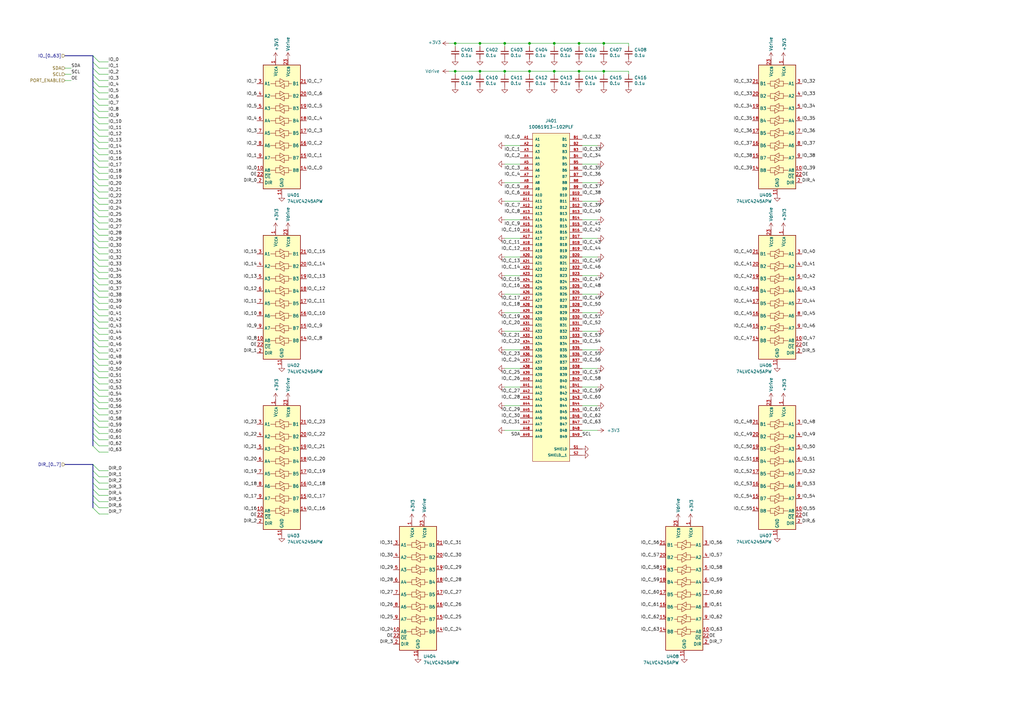
<source format=kicad_sch>
(kicad_sch (version 20231120) (generator "eeschema") (generator_version "8.0")
  (paper "A3")
  (junction (at 186.69 17.78))
  (junction (at 247.65 17.78))
  (junction (at 207.01 29.21))
  (junction (at 217.17 29.21))
  (junction (at 227.33 29.21))
  (junction (at 227.33 17.78))
  (junction (at 196.85 17.78))
  (junction (at 247.65 29.21))
  (junction (at 237.49 29.21))
  (junction (at 186.69 29.21))
  (junction (at 217.17 17.78))
  (junction (at 196.85 29.21))
  (junction (at 207.01 17.78))
  (junction (at 237.49 17.78))
  (bus_entry (at 38.1 83.82) (size 2.54 2.54))
  (bus_entry (at 38.1 167.64) (size 2.54 2.54))
  (bus_entry (at 38.1 81.28) (size 2.54 2.54))
  (bus_entry (at 38.1 190.5) (size 2.54 2.54))
  (bus_entry (at 38.1 200.66) (size 2.54 2.54))
  (bus_entry (at 38.1 177.8) (size 2.54 2.54))
  (bus_entry (at 38.1 144.78) (size 2.54 2.54))
  (bus_entry (at 38.1 99.06) (size 2.54 2.54))
  (bus_entry (at 38.1 134.62) (size 2.54 2.54))
  (bus_entry (at 38.1 172.72) (size 2.54 2.54))
  (bus_entry (at 38.1 182.88) (size 2.54 2.54))
  (bus_entry (at 38.1 53.34) (size 2.54 2.54))
  (bus_entry (at 38.1 142.24) (size 2.54 2.54))
  (bus_entry (at 38.1 157.48) (size 2.54 2.54))
  (bus_entry (at 38.1 111.76) (size 2.54 2.54))
  (bus_entry (at 38.1 127) (size 2.54 2.54))
  (bus_entry (at 38.1 71.12) (size 2.54 2.54))
  (bus_entry (at 38.1 162.56) (size 2.54 2.54))
  (bus_entry (at 38.1 68.58) (size 2.54 2.54))
  (bus_entry (at 38.1 116.84) (size 2.54 2.54))
  (bus_entry (at 38.1 139.7) (size 2.54 2.54))
  (bus_entry (at 38.1 55.88) (size 2.54 2.54))
  (bus_entry (at 38.1 121.92) (size 2.54 2.54))
  (bus_entry (at 38.1 137.16) (size 2.54 2.54))
  (bus_entry (at 38.1 203.2) (size 2.54 2.54))
  (bus_entry (at 38.1 50.8) (size 2.54 2.54))
  (bus_entry (at 38.1 119.38) (size 2.54 2.54))
  (bus_entry (at 38.1 48.26) (size 2.54 2.54))
  (bus_entry (at 38.1 35.56) (size 2.54 2.54))
  (bus_entry (at 38.1 109.22) (size 2.54 2.54))
  (bus_entry (at 38.1 205.74) (size 2.54 2.54))
  (bus_entry (at 38.1 33.02) (size 2.54 2.54))
  (bus_entry (at 38.1 208.28) (size 2.54 2.54))
  (bus_entry (at 38.1 43.18) (size 2.54 2.54))
  (bus_entry (at 38.1 96.52) (size 2.54 2.54))
  (bus_entry (at 38.1 38.1) (size 2.54 2.54))
  (bus_entry (at 38.1 27.94) (size 2.54 2.54))
  (bus_entry (at 38.1 198.12) (size 2.54 2.54))
  (bus_entry (at 38.1 66.04) (size 2.54 2.54))
  (bus_entry (at 38.1 58.42) (size 2.54 2.54))
  (bus_entry (at 38.1 193.04) (size 2.54 2.54))
  (bus_entry (at 38.1 101.6) (size 2.54 2.54))
  (bus_entry (at 38.1 73.66) (size 2.54 2.54))
  (bus_entry (at 38.1 86.36) (size 2.54 2.54))
  (bus_entry (at 38.1 132.08) (size 2.54 2.54))
  (bus_entry (at 38.1 170.18) (size 2.54 2.54))
  (bus_entry (at 38.1 152.4) (size 2.54 2.54))
  (bus_entry (at 38.1 147.32) (size 2.54 2.54))
  (bus_entry (at 38.1 180.34) (size 2.54 2.54))
  (bus_entry (at 38.1 60.96) (size 2.54 2.54))
  (bus_entry (at 38.1 93.98) (size 2.54 2.54))
  (bus_entry (at 38.1 124.46) (size 2.54 2.54))
  (bus_entry (at 38.1 63.5) (size 2.54 2.54))
  (bus_entry (at 38.1 129.54) (size 2.54 2.54))
  (bus_entry (at 38.1 22.86) (size 2.54 2.54))
  (bus_entry (at 38.1 78.74) (size 2.54 2.54))
  (bus_entry (at 38.1 165.1) (size 2.54 2.54))
  (bus_entry (at 38.1 149.86) (size 2.54 2.54))
  (bus_entry (at 38.1 175.26) (size 2.54 2.54))
  (bus_entry (at 38.1 160.02) (size 2.54 2.54))
  (bus_entry (at 38.1 88.9) (size 2.54 2.54))
  (bus_entry (at 38.1 154.94) (size 2.54 2.54))
  (bus_entry (at 38.1 25.4) (size 2.54 2.54))
  (bus_entry (at 38.1 40.64) (size 2.54 2.54))
  (bus_entry (at 38.1 106.68) (size 2.54 2.54))
  (bus_entry (at 38.1 104.14) (size 2.54 2.54))
  (bus_entry (at 38.1 76.2) (size 2.54 2.54))
  (bus_entry (at 38.1 30.48) (size 2.54 2.54))
  (bus_entry (at 38.1 195.58) (size 2.54 2.54))
  (bus_entry (at 38.1 91.44) (size 2.54 2.54))
  (bus_entry (at 38.1 45.72) (size 2.54 2.54))
  (bus_entry (at 38.1 114.3) (size 2.54 2.54))
  (bus (pts (xy 38.1 38.1) (xy 38.1 40.64)))
  (bus (pts (xy 38.1 200.66) (xy 38.1 203.2)))
  (wire (pts (xy 40.64 175.26) (xy 44.45 175.26)))
  (bus (pts (xy 38.1 78.74) (xy 38.1 81.28)))
  (wire (pts (xy 40.64 78.74) (xy 44.45 78.74)))
  (wire (pts (xy 40.64 208.28) (xy 44.45 208.28)))
  (wire (pts (xy 196.85 29.21) (xy 196.85 30.48)))
  (wire (pts (xy 40.64 30.48) (xy 44.45 30.48)))
  (bus (pts (xy 38.1 154.94) (xy 38.1 157.48)))
  (wire (pts (xy 257.81 17.78) (xy 257.81 19.05)))
  (bus (pts (xy 38.1 22.86) (xy 38.1 25.4)))
  (bus (pts (xy 38.1 165.1) (xy 38.1 167.64)))
  (bus (pts (xy 38.1 180.34) (xy 38.1 182.88)))
  (wire (pts (xy 245.11 105.41) (xy 238.76 105.41)))
  (bus (pts (xy 38.1 33.02) (xy 38.1 35.56)))
  (wire (pts (xy 40.64 116.84) (xy 44.45 116.84)))
  (wire (pts (xy 245.11 90.17) (xy 238.76 90.17)))
  (bus (pts (xy 38.1 114.3) (xy 38.1 116.84)))
  (wire (pts (xy 40.64 147.32) (xy 44.45 147.32)))
  (bus (pts (xy 38.1 68.58) (xy 38.1 71.12)))
  (wire (pts (xy 26.67 33.02) (xy 29.21 33.02)))
  (wire (pts (xy 245.11 120.65) (xy 238.76 120.65)))
  (wire (pts (xy 40.64 81.28) (xy 44.45 81.28)))
  (bus (pts (xy 38.1 205.74) (xy 38.1 208.28)))
  (bus (pts (xy 38.1 144.78) (xy 38.1 147.32)))
  (wire (pts (xy 40.64 180.34) (xy 44.45 180.34)))
  (bus (pts (xy 38.1 195.58) (xy 38.1 198.12)))
  (wire (pts (xy 40.64 177.8) (xy 44.45 177.8)))
  (bus (pts (xy 38.1 81.28) (xy 38.1 83.82)))
  (wire (pts (xy 29.21 27.94) (xy 26.67 27.94)))
  (bus (pts (xy 38.1 35.56) (xy 38.1 38.1)))
  (wire (pts (xy 29.21 30.48) (xy 26.67 30.48)))
  (bus (pts (xy 38.1 139.7) (xy 38.1 142.24)))
  (bus (pts (xy 38.1 190.5) (xy 38.1 193.04)))
  (bus (pts (xy 38.1 104.14) (xy 38.1 106.68)))
  (wire (pts (xy 40.64 114.3) (xy 44.45 114.3)))
  (wire (pts (xy 207.01 82.55) (xy 213.36 82.55)))
  (wire (pts (xy 40.64 93.98) (xy 44.45 93.98)))
  (wire (pts (xy 245.11 59.69) (xy 238.76 59.69)))
  (wire (pts (xy 40.64 134.62) (xy 44.45 134.62)))
  (bus (pts (xy 38.1 132.08) (xy 38.1 134.62)))
  (bus (pts (xy 38.1 86.36) (xy 38.1 88.9)))
  (wire (pts (xy 40.64 109.22) (xy 44.45 109.22)))
  (wire (pts (xy 40.64 121.92) (xy 44.45 121.92)))
  (wire (pts (xy 40.64 43.18) (xy 44.45 43.18)))
  (wire (pts (xy 207.01 166.37) (xy 213.36 166.37)))
  (bus (pts (xy 38.1 109.22) (xy 38.1 111.76)))
  (wire (pts (xy 40.64 132.08) (xy 44.45 132.08)))
  (bus (pts (xy 26.67 190.5) (xy 38.1 190.5)))
  (wire (pts (xy 40.64 27.94) (xy 44.45 27.94)))
  (wire (pts (xy 196.85 29.21) (xy 207.01 29.21)))
  (bus (pts (xy 38.1 160.02) (xy 38.1 162.56)))
  (wire (pts (xy 40.64 205.74) (xy 44.45 205.74)))
  (wire (pts (xy 247.65 29.21) (xy 257.81 29.21)))
  (wire (pts (xy 186.69 17.78) (xy 196.85 17.78)))
  (wire (pts (xy 40.64 40.64) (xy 44.45 40.64)))
  (bus (pts (xy 38.1 96.52) (xy 38.1 99.06)))
  (wire (pts (xy 40.64 76.2) (xy 44.45 76.2)))
  (wire (pts (xy 40.64 160.02) (xy 44.45 160.02)))
  (bus (pts (xy 38.1 152.4) (xy 38.1 154.94)))
  (bus (pts (xy 38.1 111.76) (xy 38.1 114.3)))
  (wire (pts (xy 184.15 29.21) (xy 186.69 29.21)))
  (wire (pts (xy 237.49 29.21) (xy 237.49 30.48)))
  (bus (pts (xy 38.1 157.48) (xy 38.1 160.02)))
  (bus (pts (xy 38.1 93.98) (xy 38.1 96.52)))
  (wire (pts (xy 207.01 97.79) (xy 213.36 97.79)))
  (bus (pts (xy 38.1 121.92) (xy 38.1 124.46)))
  (wire (pts (xy 40.64 195.58) (xy 44.45 195.58)))
  (wire (pts (xy 186.69 17.78) (xy 186.69 19.05)))
  (wire (pts (xy 207.01 158.75) (xy 213.36 158.75)))
  (wire (pts (xy 40.64 50.8) (xy 44.45 50.8)))
  (wire (pts (xy 245.11 128.27) (xy 238.76 128.27)))
  (wire (pts (xy 40.64 111.76) (xy 44.45 111.76)))
  (wire (pts (xy 245.11 67.31) (xy 238.76 67.31)))
  (wire (pts (xy 207.01 113.03) (xy 213.36 113.03)))
  (bus (pts (xy 38.1 124.46) (xy 38.1 127)))
  (wire (pts (xy 40.64 154.94) (xy 44.45 154.94)))
  (wire (pts (xy 40.64 71.12) (xy 44.45 71.12)))
  (wire (pts (xy 217.17 17.78) (xy 227.33 17.78)))
  (wire (pts (xy 207.01 74.93) (xy 213.36 74.93)))
  (wire (pts (xy 40.64 55.88) (xy 44.45 55.88)))
  (wire (pts (xy 40.64 139.7) (xy 44.45 139.7)))
  (bus (pts (xy 38.1 45.72) (xy 38.1 48.26)))
  (bus (pts (xy 38.1 149.86) (xy 38.1 152.4)))
  (bus (pts (xy 38.1 170.18) (xy 38.1 172.72)))
  (bus (pts (xy 38.1 55.88) (xy 38.1 58.42)))
  (wire (pts (xy 227.33 29.21) (xy 227.33 30.48)))
  (wire (pts (xy 245.11 176.53) (xy 238.76 176.53)))
  (wire (pts (xy 186.69 29.21) (xy 196.85 29.21)))
  (bus (pts (xy 38.1 193.04) (xy 38.1 195.58)))
  (bus (pts (xy 38.1 91.44) (xy 38.1 93.98)))
  (wire (pts (xy 40.64 104.14) (xy 44.45 104.14)))
  (wire (pts (xy 40.64 185.42) (xy 44.45 185.42)))
  (bus (pts (xy 38.1 106.68) (xy 38.1 109.22)))
  (wire (pts (xy 227.33 29.21) (xy 237.49 29.21)))
  (bus (pts (xy 38.1 162.56) (xy 38.1 165.1)))
  (wire (pts (xy 40.64 60.96) (xy 44.45 60.96)))
  (wire (pts (xy 217.17 29.21) (xy 227.33 29.21)))
  (bus (pts (xy 38.1 88.9) (xy 38.1 91.44)))
  (wire (pts (xy 207.01 17.78) (xy 207.01 19.05)))
  (wire (pts (xy 237.49 29.21) (xy 247.65 29.21)))
  (wire (pts (xy 237.49 17.78) (xy 247.65 17.78)))
  (wire (pts (xy 245.11 82.55) (xy 238.76 82.55)))
  (bus (pts (xy 38.1 198.12) (xy 38.1 200.66)))
  (wire (pts (xy 40.64 149.86) (xy 44.45 149.86)))
  (bus (pts (xy 38.1 147.32) (xy 38.1 149.86)))
  (wire (pts (xy 40.64 198.12) (xy 44.45 198.12)))
  (wire (pts (xy 184.15 17.78) (xy 186.69 17.78)))
  (wire (pts (xy 40.64 53.34) (xy 44.45 53.34)))
  (wire (pts (xy 40.64 119.38) (xy 44.45 119.38)))
  (wire (pts (xy 257.81 29.21) (xy 257.81 30.48)))
  (wire (pts (xy 245.11 97.79) (xy 238.76 97.79)))
  (wire (pts (xy 40.64 38.1) (xy 44.45 38.1)))
  (wire (pts (xy 40.64 167.64) (xy 44.45 167.64)))
  (wire (pts (xy 245.11 143.51) (xy 238.76 143.51)))
  (wire (pts (xy 40.64 152.4) (xy 44.45 152.4)))
  (wire (pts (xy 207.01 59.69) (xy 213.36 59.69)))
  (wire (pts (xy 207.01 29.21) (xy 207.01 30.48)))
  (wire (pts (xy 40.64 165.1) (xy 44.45 165.1)))
  (wire (pts (xy 40.64 96.52) (xy 44.45 96.52)))
  (bus (pts (xy 38.1 175.26) (xy 38.1 177.8)))
  (bus (pts (xy 38.1 134.62) (xy 38.1 137.16)))
  (wire (pts (xy 40.64 137.16) (xy 44.45 137.16)))
  (wire (pts (xy 40.64 162.56) (xy 44.45 162.56)))
  (bus (pts (xy 38.1 43.18) (xy 38.1 45.72)))
  (wire (pts (xy 40.64 91.44) (xy 44.45 91.44)))
  (wire (pts (xy 40.64 200.66) (xy 44.45 200.66)))
  (wire (pts (xy 186.69 29.21) (xy 186.69 30.48)))
  (wire (pts (xy 245.11 151.13) (xy 238.76 151.13)))
  (wire (pts (xy 40.64 58.42) (xy 44.45 58.42)))
  (wire (pts (xy 237.49 17.78) (xy 237.49 19.05)))
  (bus (pts (xy 38.1 66.04) (xy 38.1 68.58)))
  (wire (pts (xy 207.01 128.27) (xy 213.36 128.27)))
  (wire (pts (xy 40.64 144.78) (xy 44.45 144.78)))
  (wire (pts (xy 40.64 210.82) (xy 44.45 210.82)))
  (bus (pts (xy 38.1 30.48) (xy 38.1 33.02)))
  (wire (pts (xy 245.11 135.89) (xy 238.76 135.89)))
  (bus (pts (xy 38.1 27.94) (xy 38.1 30.48)))
  (wire (pts (xy 40.64 129.54) (xy 44.45 129.54)))
  (bus (pts (xy 38.1 101.6) (xy 38.1 104.14)))
  (wire (pts (xy 207.01 17.78) (xy 217.17 17.78)))
  (bus (pts (xy 38.1 48.26) (xy 38.1 50.8)))
  (bus (pts (xy 38.1 177.8) (xy 38.1 180.34)))
  (wire (pts (xy 245.11 166.37) (xy 238.76 166.37)))
  (bus (pts (xy 38.1 137.16) (xy 38.1 139.7)))
  (wire (pts (xy 207.01 67.31) (xy 213.36 67.31)))
  (wire (pts (xy 217.17 17.78) (xy 217.17 19.05)))
  (bus (pts (xy 38.1 142.24) (xy 38.1 144.78)))
  (bus (pts (xy 38.1 25.4) (xy 38.1 27.94)))
  (wire (pts (xy 40.64 48.26) (xy 44.45 48.26)))
  (wire (pts (xy 40.64 124.46) (xy 44.45 124.46)))
  (bus (pts (xy 38.1 203.2) (xy 38.1 205.74)))
  (bus (pts (xy 38.1 172.72) (xy 38.1 175.26)))
  (wire (pts (xy 40.64 73.66) (xy 44.45 73.66)))
  (bus (pts (xy 26.67 22.86) (xy 38.1 22.86)))
  (bus (pts (xy 38.1 76.2) (xy 38.1 78.74)))
  (wire (pts (xy 247.65 17.78) (xy 257.81 17.78)))
  (bus (pts (xy 38.1 50.8) (xy 38.1 53.34)))
  (wire (pts (xy 40.64 182.88) (xy 44.45 182.88)))
  (bus (pts (xy 38.1 119.38) (xy 38.1 121.92)))
  (bus (pts (xy 38.1 116.84) (xy 38.1 119.38)))
  (wire (pts (xy 40.64 86.36) (xy 44.45 86.36)))
  (wire (pts (xy 207.01 135.89) (xy 213.36 135.89)))
  (wire (pts (xy 40.64 83.82) (xy 44.45 83.82)))
  (wire (pts (xy 217.17 29.21) (xy 217.17 30.48)))
  (wire (pts (xy 40.64 99.06) (xy 44.45 99.06)))
  (wire (pts (xy 207.01 29.21) (xy 217.17 29.21)))
  (bus (pts (xy 38.1 167.64) (xy 38.1 170.18)))
  (wire (pts (xy 247.65 17.78) (xy 247.65 19.05)))
  (wire (pts (xy 40.64 101.6) (xy 44.45 101.6)))
  (bus (pts (xy 38.1 99.06) (xy 38.1 101.6)))
  (wire (pts (xy 40.64 88.9) (xy 44.45 88.9)))
  (wire (pts (xy 40.64 157.48) (xy 44.45 157.48)))
  (wire (pts (xy 40.64 172.72) (xy 44.45 172.72)))
  (wire (pts (xy 247.65 29.21) (xy 247.65 30.48)))
  (wire (pts (xy 227.33 17.78) (xy 237.49 17.78)))
  (wire (pts (xy 40.64 66.04) (xy 44.45 66.04)))
  (bus (pts (xy 38.1 71.12) (xy 38.1 73.66)))
  (bus (pts (xy 38.1 83.82) (xy 38.1 86.36)))
  (wire (pts (xy 40.64 127) (xy 44.45 127)))
  (bus (pts (xy 38.1 63.5) (xy 38.1 66.04)))
  (wire (pts (xy 207.01 90.17) (xy 213.36 90.17)))
  (wire (pts (xy 40.64 193.04) (xy 44.45 193.04)))
  (wire (pts (xy 40.64 203.2) (xy 44.45 203.2)))
  (wire (pts (xy 40.64 25.4) (xy 44.45 25.4)))
  (bus (pts (xy 38.1 73.66) (xy 38.1 76.2)))
  (wire (pts (xy 40.64 33.02) (xy 44.45 33.02)))
  (wire (pts (xy 207.01 151.13) (xy 213.36 151.13)))
  (bus (pts (xy 38.1 129.54) (xy 38.1 132.08)))
  (wire (pts (xy 207.01 120.65) (xy 213.36 120.65)))
  (wire (pts (xy 196.85 17.78) (xy 196.85 19.05)))
  (wire (pts (xy 40.64 68.58) (xy 44.45 68.58)))
  (wire (pts (xy 245.11 74.93) (xy 238.76 74.93)))
  (wire (pts (xy 40.64 106.68) (xy 44.45 106.68)))
  (wire (pts (xy 245.11 158.75) (xy 238.76 158.75)))
  (wire (pts (xy 207.01 143.51) (xy 213.36 143.51)))
  (wire (pts (xy 40.64 45.72) (xy 44.45 45.72)))
  (bus (pts (xy 38.1 40.64) (xy 38.1 43.18)))
  (wire (pts (xy 245.11 113.03) (xy 238.76 113.03)))
  (wire (pts (xy 40.64 63.5) (xy 44.45 63.5)))
  (wire (pts (xy 207.01 105.41) (xy 213.36 105.41)))
  (wire (pts (xy 207.01 176.53) (xy 213.36 176.53)))
  (bus (pts (xy 38.1 58.42) (xy 38.1 60.96)))
  (bus (pts (xy 38.1 53.34) (xy 38.1 55.88)))
  (wire (pts (xy 40.64 170.18) (xy 44.45 170.18)))
  (wire (pts (xy 40.64 35.56) (xy 44.45 35.56)))
  (bus (pts (xy 38.1 60.96) (xy 38.1 63.5)))
  (wire (pts (xy 227.33 17.78) (xy 227.33 19.05)))
  (bus (pts (xy 38.1 127) (xy 38.1 129.54)))
  (wire (pts (xy 40.64 142.24) (xy 44.45 142.24)))
  (wire (pts (xy 196.85 17.78) (xy 207.01 17.78)))
  (label "IO_1" (at 105.41 64.77 180))
  (label "IO_C_45" (at 308.61 129.54 180))
  (label "IO_54" (at 328.93 204.47 0))
  (label "IO_C_62" (at 270.51 254 180))
  (label "OE" (at 328.93 142.24 0))
  (label "IO_6" (at 105.41 39.37 180))
  (label "IO_14" (at 44.45 60.96 0))
  (label "IO_C_12" (at 125.73 119.38 0))
  (label "IO_30" (at 44.45 101.6 0))
  (label "IO_C_23" (at 125.73 173.99 0))
  (label "IO_C_9" (at 213.36 92.71 180))
  (label "IO_46" (at 44.45 142.24 0))
  (label "IO_31" (at 44.45 104.14 0))
  (label "IO_37" (at 44.45 119.38 0))
  (label "IO_43" (at 44.45 134.62 0))
  (label "IO_C_57" (at 270.51 228.6 180))
  (label "IO_5" (at 105.41 44.45 180))
  (label "IO_5" (at 44.45 38.1 0))
  (label "IO_C_19" (at 125.73 194.31 0))
  (label "IO_C_40" (at 308.61 104.14 180))
  (label "IO_C_63" (at 270.51 259.08 180))
  (label "IO_54" (at 44.45 162.56 0))
  (label "IO_C_24" (at 213.36 148.59 180))
  (label "IO_C_16" (at 125.73 209.55 0))
  (label "IO_C_42" (at 238.76 95.25 0))
  (label "IO_C_56" (at 270.51 223.52 180))
  (label "IO_C_29" (at 213.36 168.91 180))
  (label "IO_C_51" (at 238.76 130.81 0))
  (label "IO_C_40" (at 238.76 87.63 0))
  (label "IO_38" (at 44.45 121.92 0))
  (label "IO_C_53" (at 308.61 199.39 180))
  (label "IO_C_59" (at 270.51 238.76 180))
  (label "IO_C_29" (at 181.61 233.68 0))
  (label "IO_55" (at 328.93 209.55 0))
  (label "IO_C_42" (at 308.61 114.3 180))
  (label "OE" (at 105.41 72.39 180))
  (label "IO_44" (at 328.93 124.46 0))
  (label "IO_49" (at 328.93 179.07 0))
  (label "IO_C_17" (at 125.73 204.47 0))
  (label "IO_C_33" (at 238.76 62.23 0))
  (label "IO_C_38" (at 238.76 80.01 0))
  (label "IO_25" (at 161.29 254 180))
  (label "IO_9" (at 105.41 134.62 180))
  (label "IO_45" (at 328.93 129.54 0))
  (label "IO_C_49" (at 238.76 123.19 0))
  (label "IO_C_5" (at 213.36 77.47 180))
  (label "IO_4" (at 44.45 35.56 0))
  (label "IO_C_52" (at 308.61 194.31 180))
  (label "IO_C_28" (at 181.61 238.76 0))
  (label "IO_C_56" (at 238.76 148.59 0))
  (label "IO_11" (at 105.41 124.46 180))
  (label "IO_12" (at 105.41 119.38 180))
  (label "DIR_0" (at 105.41 74.93 180))
  (label "IO_7" (at 105.41 34.29 180))
  (label "IO_26" (at 44.45 91.44 0))
  (label "IO_C_3" (at 213.36 69.85 180))
  (label "IO_10" (at 105.41 129.54 180))
  (label "IO_C_22" (at 213.36 140.97 180))
  (label "IO_C_0" (at 213.36 57.15 180))
  (label "IO_23" (at 105.41 173.99 180))
  (label "IO_35" (at 44.45 114.3 0))
  (label "SDA" (at 29.21 27.94 0))
  (label "IO_15" (at 44.45 63.5 0))
  (label "IO_C_34" (at 308.61 44.45 180))
  (label "IO_13" (at 44.45 58.42 0))
  (label "OE" (at 29.21 33.02 0))
  (label "DIR_3" (at 44.45 200.66 0))
  (label "IO_24" (at 161.29 259.08 180))
  (label "IO_52" (at 328.93 194.31 0))
  (label "IO_C_54" (at 308.61 204.47 180))
  (label "IO_C_44" (at 238.76 102.87 0))
  (label "IO_C_39" (at 308.61 69.85 180))
  (label "IO_38" (at 328.93 64.77 0))
  (label "IO_29" (at 161.29 233.68 180))
  (label "IO_17" (at 44.45 68.58 0))
  (label "IO_C_6" (at 125.73 39.37 0))
  (label "IO_C_60" (at 238.76 163.83 0))
  (label "IO_28" (at 161.29 238.76 180))
  (label "IO_62" (at 44.45 182.88 0))
  (label "IO_53" (at 328.93 199.39 0))
  (label "IO_C_59" (at 238.76 161.29 0))
  (label "IO_C_58" (at 238.76 156.21 0))
  (label "IO_C_48" (at 308.61 173.99 180))
  (label "IO_48" (at 328.93 173.99 0))
  (label "IO_12" (at 44.45 55.88 0))
  (label "IO_C_37" (at 238.76 77.47 0))
  (label "IO_3" (at 44.45 33.02 0))
  (label "IO_C_53" (at 238.76 138.43 0))
  (label "IO_C_4" (at 125.73 49.53 0))
  (label "IO_C_19" (at 213.36 130.81 180))
  (label "IO_63" (at 44.45 185.42 0))
  (label "IO_33" (at 328.93 39.37 0))
  (label "IO_29" (at 44.45 99.06 0))
  (label "IO_58" (at 44.45 172.72 0))
  (label "IO_52" (at 44.45 157.48 0))
  (label "DIR_1" (at 105.41 144.78 180))
  (label "IO_C_47" (at 238.76 115.57 0))
  (label "IO_49" (at 44.45 149.86 0))
  (label "IO_C_63" (at 238.76 173.99 0))
  (label "IO_2" (at 105.41 59.69 180))
  (label "IO_C_8" (at 213.36 87.63 180))
  (label "IO_43" (at 328.93 119.38 0))
  (label "IO_C_7" (at 125.73 34.29 0))
  (label "IO_C_61" (at 238.76 168.91 0))
  (label "IO_C_10" (at 213.36 95.25 180))
  (label "SDA" (at 213.36 179.07 180))
  (label "IO_C_52" (at 238.76 133.35 0))
  (label "OE" (at 105.41 142.24 180))
  (label "IO_C_43" (at 238.76 100.33 0))
  (label "IO_11" (at 44.45 53.34 0))
  (label "IO_C_18" (at 213.36 125.73 180))
  (label "IO_18" (at 105.41 199.39 180))
  (label "IO_20" (at 44.45 76.2 0))
  (label "IO_27" (at 44.45 93.98 0))
  (label "IO_53" (at 44.45 160.02 0))
  (label "IO_1" (at 44.45 27.94 0))
  (label "IO_50" (at 328.93 184.15 0))
  (label "IO_16" (at 105.41 209.55 180))
  (label "IO_50" (at 44.45 152.4 0))
  (label "IO_C_50" (at 238.76 125.73 0))
  (label "IO_27" (at 161.29 243.84 180))
  (label "IO_C_37" (at 308.61 59.69 180))
  (label "IO_2" (at 44.45 30.48 0))
  (label "IO_C_54" (at 238.76 140.97 0))
  (label "IO_0" (at 105.41 69.85 180))
  (label "IO_C_32" (at 308.61 34.29 180))
  (label "IO_C_21" (at 125.73 184.15 0))
  (label "IO_51" (at 44.45 154.94 0))
  (label "IO_18" (at 44.45 71.12 0))
  (label "IO_C_6" (at 213.36 80.01 180))
  (label "IO_C_35" (at 308.61 49.53 180))
  (label "SCL" (at 29.21 30.48 0))
  (label "DIR_3" (at 161.29 264.16 180))
  (label "IO_3" (at 105.41 54.61 180))
  (label "IO_C_21" (at 213.36 138.43 180))
  (label "IO_28" (at 44.45 96.52 0))
  (label "IO_C_27" (at 181.61 243.84 0))
  (label "IO_C_7" (at 213.36 85.09 180))
  (label "IO_C_10" (at 125.73 129.54 0))
  (label "IO_23" (at 44.45 83.82 0))
  (label "IO_35" (at 328.93 49.53 0))
  (label "IO_22" (at 44.45 81.28 0))
  (label "IO_C_8" (at 125.73 139.7 0))
  (label "IO_61" (at 44.45 180.34 0))
  (label "DIR_7" (at 44.45 210.82 0))
  (label "IO_39" (at 44.45 124.46 0))
  (label "IO_C_44" (at 308.61 124.46 180))
  (label "DIR_5" (at 328.93 144.78 0))
  (label "IO_C_41" (at 308.61 109.22 180))
  (label "DIR_4" (at 328.93 74.93 0))
  (label "IO_C_16" (at 213.36 118.11 180))
  (label "IO_C_58" (at 270.51 233.68 180))
  (label "IO_26" (at 161.29 248.92 180))
  (label "IO_62" (at 290.83 254 0))
  (label "IO_51" (at 328.93 189.23 0))
  (label "IO_20" (at 105.41 189.23 180))
  (label "DIR_4" (at 44.45 203.2 0))
  (label "IO_C_2" (at 213.36 64.77 180))
  (label "IO_C_43" (at 308.61 119.38 180))
  (label "IO_0" (at 44.45 25.4 0))
  (label "IO_C_13" (at 125.73 114.3 0))
  (label "IO_19" (at 105.41 194.31 180))
  (label "IO_C_15" (at 213.36 115.57 180))
  (label "IO_30" (at 161.29 228.6 180))
  (label "IO_39" (at 328.93 69.85 0))
  (label "IO_46" (at 328.93 134.62 0))
  (label "IO_37" (at 328.93 59.69 0))
  (label "OE" (at 328.93 212.09 0))
  (label "IO_C_41" (at 238.76 92.71 0))
  (label "IO_31" (at 161.29 223.52 180))
  (label "IO_42" (at 328.93 114.3 0))
  (label "IO_8" (at 44.45 45.72 0))
  (label "IO_C_11" (at 125.73 124.46 0))
  (label "IO_36" (at 328.93 54.61 0))
  (label "SCL" (at 238.76 179.07 0))
  (label "IO_C_31" (at 181.61 223.52 0))
  (label "IO_C_9" (at 125.73 134.62 0))
  (label "IO_56" (at 290.83 223.52 0))
  (label "IO_C_28" (at 213.36 163.83 180))
  (label "IO_C_36" (at 238.76 72.39 0))
  (label "DIR_2" (at 44.45 198.12 0))
  (label "IO_C_30" (at 213.36 171.45 180))
  (label "IO_C_39" (at 238.76 85.09 0))
  (label "IO_C_32" (at 238.76 57.15 0))
  (label "IO_C_47" (at 308.61 139.7 180))
  (label "IO_59" (at 290.83 238.76 0))
  (label "IO_C_36" (at 308.61 54.61 180))
  (label "IO_36" (at 44.45 116.84 0))
  (label "IO_C_27" (at 213.36 161.29 180))
  (label "IO_57" (at 44.45 170.18 0))
  (label "IO_22" (at 105.41 179.07 180))
  (label "IO_C_14" (at 213.36 110.49 180))
  (label "IO_57" (at 290.83 228.6 0))
  (label "IO_45" (at 44.45 139.7 0))
  (label "IO_C_31" (at 213.36 173.99 180))
  (label "IO_C_24" (at 181.61 259.08 0))
  (label "IO_14" (at 105.41 109.22 180))
  (label "IO_60" (at 290.83 243.84 0))
  (label "IO_16" (at 44.45 66.04 0))
  (label "IO_34" (at 44.45 111.76 0))
  (label "IO_C_14" (at 125.73 109.22 0))
  (label "IO_48" (at 44.45 147.32 0))
  (label "IO_21" (at 44.45 78.74 0))
  (label "IO_C_17" (at 213.36 123.19 180))
  (label "IO_C_49" (at 308.61 179.07 180))
  (label "IO_C_30" (at 181.61 228.6 0))
  (label "IO_C_1" (at 213.36 62.23 180))
  (label "IO_6" (at 44.45 40.64 0))
  (label "IO_C_50" (at 308.61 184.15 180))
  (label "IO_61" (at 290.83 248.92 0))
  (label "IO_25" (at 44.45 88.9 0))
  (label "IO_C_23" (at 213.36 146.05 180))
  (label "IO_C_62" (at 238.76 171.45 0))
  (label "IO_C_2" (at 125.73 59.69 0))
  (label "IO_C_5" (at 125.73 44.45 0))
  (label "IO_C_13" (at 213.36 107.95 180))
  (label "IO_C_35" (at 238.76 69.85 0))
  (label "OE" (at 105.41 212.09 180))
  (label "IO_44" (at 44.45 137.16 0))
  (label "OE" (at 290.83 261.62 0))
  (label "IO_17" (at 105.41 204.47 180))
  (label "DIR_6" (at 328.93 214.63 0))
  (label "IO_C_12" (at 213.36 102.87 180))
  (label "IO_34" (at 328.93 44.45 0))
  (label "IO_41" (at 328.93 109.22 0))
  (label "DIR_7" (at 290.83 264.16 0))
  (label "IO_47" (at 44.45 144.78 0))
  (label "IO_C_60" (at 270.51 243.84 180))
  (label "IO_C_15" (at 125.73 104.14 0))
  (label "DIR_1" (at 44.45 195.58 0))
  (label "IO_32" (at 44.45 106.68 0))
  (label "IO_C_48" (at 238.76 118.11 0))
  (label "IO_C_4" (at 213.36 72.39 180))
  (label "IO_C_46" (at 238.76 110.49 0))
  (label "IO_C_55" (at 238.76 146.05 0))
  (label "IO_56" (at 44.45 167.64 0))
  (label "IO_C_55" (at 308.61 209.55 180))
  (label "IO_4" (at 105.41 49.53 180))
  (label "IO_C_25" (at 181.61 254 0))
  (label "IO_10" (at 44.45 50.8 0))
  (label "IO_42" (at 44.45 132.08 0))
  (label "IO_C_20" (at 125.73 189.23 0))
  (label "IO_8" (at 105.41 139.7 180))
  (label "IO_13" (at 105.41 114.3 180))
  (label "IO_C_57" (at 238.76 153.67 0))
  (label "DIR_2" (at 105.41 214.63 180))
  (label "IO_41" (at 44.45 129.54 0))
  (label "IO_21" (at 105.41 184.15 180))
  (label "IO_C_34" (at 238.76 64.77 0))
  (label "IO_15" (at 105.41 104.14 180))
  (label "IO_C_45" (at 238.76 107.95 0))
  (label "IO_C_61" (at 270.51 248.92 180))
  (label "IO_40" (at 328.93 104.14 0))
  (label "IO_C_11" (at 213.36 100.33 180))
  (label "IO_60" (at 44.45 177.8 0))
  (label "IO_C_22" (at 125.73 179.07 0))
  (label "IO_C_46" (at 308.61 134.62 180))
  (label "IO_58" (at 290.83 233.68 0))
  (label "IO_55" (at 44.45 165.1 0))
  (label "IO_C_33" (at 308.61 39.37 180))
  (label "IO_C_18" (at 125.73 199.39 0))
  (label "IO_19" (at 44.45 73.66 0))
  (label "IO_47" (at 328.93 139.7 0))
  (label "OE" (at 161.29 261.62 180))
  (label "IO_C_51" (at 308.61 189.23 180))
  (label "IO_63" (at 290.83 259.08 0))
  (label "IO_33" (at 44.45 109.22 0))
  (label "DIR_0" (at 44.45 193.04 0))
  (label "IO_C_26" (at 181.61 248.92 0))
  (label "IO_32" (at 328.93 34.29 0))
  (label "IO_C_38" (at 308.61 64.77 180))
  (label "IO_C_0" (at 125.73 69.85 0))
  (label "DIR_6" (at 44.45 208.28 0))
  (label "IO_C_20" (at 213.36 133.35 180))
  (label "IO_9" (at 44.45 48.26 0))
  (label "IO_7" (at 44.45 43.18 0))
  (label "IO_C_25" (at 213.36 153.67 180))
  (label "IO_24" (at 44.45 86.36 0))
  (label "DIR_5" (at 44.45 205.74 0))
  (label "IO_59" (at 44.45 175.26 0))
  (label "IO_40" (at 44.45 127 0))
  (label "IO_C_1" (at 125.73 64.77 0))
  (label "IO_C_26" (at 213.36 156.21 180))
  (label "OE" (at 328.93 72.39 0))
  (label "IO_C_3" (at 125.73 54.61 0))
  (hierarchical_label "IO_[0..63]" (shape input) (at 26.67 22.86 180))
  (hierarchical_label "SDA" (shape input) (at 26.67 27.94 180))
  (hierarchical_label "SCL" (shape input) (at 26.67 30.48 180))
  (hierarchical_label "PORT_ENABLE" (shape input) (at 26.67 33.02 180))
  (hierarchical_label "DIR_[0..7]" (shape input) (at 26.67 190.5 180))
  (symbol (lib_id "Device:C_Small") (at 186.69 33.02 0) (unit 1)
    (property "Reference" "C409" (at 189.0268 31.8516 0) (effects (justify left)))
    (property "Value" "0.1u" (at 189.0268 34.163 0) (effects (justify left)))
    (property "Footprint" "passive:C_0402" (effects (hide yes)))
    (property "Comment" "X5R,25V" (effects (hide yes)))
    (property "MFPN" "GRM155R61H104KE14D" (effects (hide yes)))
    (property "Manufacturer" "Murata Electronics" (effects (hide yes)))
    (instances (project "ether" (path "" (reference "C409") (unit 1)) (path "" (reference "C609") (unit 1)) (path "" (reference "C309") (unit 1)) (path "" (reference "C509") (unit 1))))
  )
  (symbol (lib_id "power:+3V3") (at 113.03 163.83 0) (unit 1)
    (property "Reference" "#PWR0348" (effects (hide yes)))
    (property "Value" "+3V3" (at 113.411 160.5788 90) (effects (justify left)))
    (instances (project "ether" (path "" (reference "#PWR0448") (unit 1)) (path "" (reference "#PWR0648") (unit 1)) (path "" (reference "#PWR0348") (unit 1)) (path "" (reference "#PWR0548") (unit 1))))
  )
  (symbol (lib_id "power:GND") (at 207.01 135.89 270) (unit 1)
    (property "Reference" "#PWR0411" (effects (hide yes)))
    (property "Value" "GND" (effects (hide yes)))
    (instances (project "ether" (path "" (reference "#PWR0411") (unit 1)) (path "" (reference "#PWR0611") (unit 1)) (path "" (reference "#PWR0311") (unit 1)) (path "" (reference "#PWR0511") (unit 1))))
  )
  (symbol (lib_id "Device:C_Small") (at 257.81 21.59 0) (unit 1)
    (property "Reference" "C408" (at 260.1468 20.4216 0) (effects (justify left)))
    (property "Value" "0.1u" (at 260.1468 22.733 0) (effects (justify left)))
    (property "Footprint" "passive:C_0402" (effects (hide yes)))
    (property "Comment" "X5R,25V" (effects (hide yes)))
    (property "MFPN" "GRM155R61H104KE14D" (effects (hide yes)))
    (property "Manufacturer" "Murata Electronics" (effects (hide yes)))
    (instances (project "ether" (path "" (reference "C408") (unit 1)) (path "" (reference "C608") (unit 1)) (path "" (reference "C308") (unit 1)) (path "" (reference "C508") (unit 1))))
  )
  (symbol (lib_id "power:GND") (at 245.11 158.75 90) (unit 1)
    (property "Reference" "#PWR0433" (effects (hide yes)))
    (property "Value" "GND" (effects (hide yes)))
    (instances (project "ether" (path "" (reference "#PWR0433") (unit 1)) (path "" (reference "#PWR0633") (unit 1)) (path "" (reference "#PWR0333") (unit 1)) (path "" (reference "#PWR0533") (unit 1))))
  )
  (symbol (lib_id "power:GND") (at 207.01 82.55 270) (unit 1)
    (property "Reference" "#PWR0404" (effects (hide yes)))
    (property "Value" "GND" (effects (hide yes)))
    (instances (project "ether" (path "" (reference "#PWR0404") (unit 1)) (path "" (reference "#PWR0604") (unit 1)) (path "" (reference "#PWR0304") (unit 1)) (path "" (reference "#PWR0504") (unit 1))))
  )
  (symbol (lib_id "power:Vdrive") (at 173.99 213.36 0) (unit 1)
    (property "Reference" "#PWR0446" (effects (hide yes)))
    (property "Value" "Vdrive" (at 173.99 207.264 90))
    (instances (project "ether" (path "" (reference "#PWR0446") (unit 1)) (path "" (reference "#PWR0646") (unit 1)) (path "" (reference "#PWR0346") (unit 1)) (path "" (reference "#PWR0546") (unit 1))))
  )
  (symbol (lib_id "power:GND") (at 207.01 35.56 0) (unit 1)
    (property "Reference" "#PWR0480" (effects (hide yes)))
    (property "Value" "GND" (effects (hide yes)))
    (instances (project "ether" (path "" (reference "#PWR0480") (unit 1)) (path "" (reference "#PWR0680") (unit 1)) (path "" (reference "#PWR0380") (unit 1)) (path "" (reference "#PWR0580") (unit 1))))
  )
  (symbol (lib_id "power:GND") (at 238.76 184.15 90) (unit 1)
    (property "Reference" "#PWR0418" (effects (hide yes)))
    (property "Value" "GND" (effects (hide yes)))
    (instances (project "ether" (path "" (reference "#PWR0418") (unit 1)) (path "" (reference "#PWR0618") (unit 1)) (path "" (reference "#PWR0318") (unit 1)) (path "" (reference "#PWR0518") (unit 1))))
  )
  (symbol (lib_id "power:GND") (at 245.11 59.69 90) (unit 1)
    (property "Reference" "#PWR0420" (effects (hide yes)))
    (property "Value" "GND" (effects (hide yes)))
    (instances (project "ether" (path "" (reference "#PWR0420") (unit 1)) (path "" (reference "#PWR0620") (unit 1)) (path "" (reference "#PWR0320") (unit 1)) (path "" (reference "#PWR0520") (unit 1))))
  )
  (symbol (lib_id "Device:C_Small") (at 237.49 33.02 0) (unit 1)
    (property "Reference" "C414" (at 239.8268 31.8516 0) (effects (justify left)))
    (property "Value" "0.1u" (at 239.8268 34.163 0) (effects (justify left)))
    (property "Footprint" "passive:C_0402" (effects (hide yes)))
    (property "Comment" "X5R,25V" (effects (hide yes)))
    (property "MFPN" "GRM155R61H104KE14D" (effects (hide yes)))
    (property "Manufacturer" "Murata Electronics" (effects (hide yes)))
    (instances (project "ether" (path "" (reference "C414") (unit 1)) (path "" (reference "C614") (unit 1)) (path "" (reference "C314") (unit 1)) (path "" (reference "C514") (unit 1))))
  )
  (symbol (lib_id "power:GND") (at 196.85 24.13 0) (unit 1)
    (property "Reference" "#PWR0470" (effects (hide yes)))
    (property "Value" "GND" (effects (hide yes)))
    (instances (project "ether" (path "" (reference "#PWR0470") (unit 1)) (path "" (reference "#PWR0670") (unit 1)) (path "" (reference "#PWR0370") (unit 1)) (path "" (reference "#PWR0570") (unit 1))))
  )
  (symbol (lib_id "power:GND") (at 186.69 24.13 0) (unit 1)
    (property "Reference" "#PWR0469" (effects (hide yes)))
    (property "Value" "GND" (effects (hide yes)))
    (instances (project "ether" (path "" (reference "#PWR0469") (unit 1)) (path "" (reference "#PWR0669") (unit 1)) (path "" (reference "#PWR0369") (unit 1)) (path "" (reference "#PWR0569") (unit 1))))
  )
  (symbol (lib_id "Logic_LevelTranslator:SN74LVC8T245") (at 171.45 241.3 0) (unit 1)
    (property "Reference" "U404" (at 173.6441 269.24 0) (effects (justify left)))
    (property "Value" "74LVC4245APW" (at 173.6441 271.78 0) (effects (justify left)))
    (property "Footprint" "Package_SO:TSSOP-24_4.4x7.8mm_P0.65mm" (effects (hide yes)))
    (property "Datasheet" "https://assets.nexperia.com/documents/data-sheet/74LVC4245A.pdf" (effects (hide yes)))
    (property "Description" "8-Bit Dual-Supply Bus Transceiver With Configurable Voltage Translation and 3-State Outputs" (effects (hide yes)))
    (instances (project "ether" (path "" (reference "U404") (unit 1)) (path "" (reference "U604") (unit 1)) (path "" (reference "U304") (unit 1)) (path "" (reference "U504") (unit 1))))
  )
  (symbol (lib_id "Device:C_Small") (at 196.85 33.02 0) (unit 1)
    (property "Reference" "C410" (at 199.1868 31.8516 0) (effects (justify left)))
    (property "Value" "0.1u" (at 199.1868 34.163 0) (effects (justify left)))
    (property "Footprint" "passive:C_0402" (effects (hide yes)))
    (property "Comment" "X5R,25V" (effects (hide yes)))
    (property "MFPN" "GRM155R61H104KE14D" (effects (hide yes)))
    (property "Manufacturer" "Murata Electronics" (effects (hide yes)))
    (instances (project "ether" (path "" (reference "C410") (unit 1)) (path "" (reference "C610") (unit 1)) (path "" (reference "C310") (unit 1)) (path "" (reference "C510") (unit 1))))
  )
  (symbol (lib_id "power:GND") (at 245.11 74.93 90) (unit 1)
    (property "Reference" "#PWR0422" (effects (hide yes)))
    (property "Value" "GND" (effects (hide yes)))
    (instances (project "ether" (path "" (reference "#PWR0422") (unit 1)) (path "" (reference "#PWR0622") (unit 1)) (path "" (reference "#PWR0322") (unit 1)) (path "" (reference "#PWR0522") (unit 1))))
  )
  (symbol (lib_id "Device:C_Small") (at 247.65 21.59 0) (unit 1)
    (property "Reference" "C407" (at 249.9868 20.4216 0) (effects (justify left)))
    (property "Value" "0.1u" (at 249.9868 22.733 0) (effects (justify left)))
    (property "Footprint" "passive:C_0402" (effects (hide yes)))
    (property "Comment" "X5R,25V" (effects (hide yes)))
    (property "MFPN" "GRM155R61H104KE14D" (effects (hide yes)))
    (property "Manufacturer" "Murata Electronics" (effects (hide yes)))
    (instances (project "ether" (path "" (reference "C407") (unit 1)) (path "" (reference "C607") (unit 1)) (path "" (reference "C307") (unit 1)) (path "" (reference "C507") (unit 1))))
  )
  (symbol (lib_id "power:GND") (at 207.01 105.41 270) (unit 1)
    (property "Reference" "#PWR0407" (effects (hide yes)))
    (property "Value" "GND" (effects (hide yes)))
    (instances (project "ether" (path "" (reference "#PWR0407") (unit 1)) (path "" (reference "#PWR0607") (unit 1)) (path "" (reference "#PWR0307") (unit 1)) (path "" (reference "#PWR0507") (unit 1))))
  )
  (symbol (lib_id "Logic_LevelTranslator:SN74LVC8T245") (at 318.77 191.77 0) (mirror y) (unit 1)
    (property "Reference" "U407" (at 316.5759 219.71 0) (effects (justify left)))
    (property "Value" "74LVC4245APW" (at 316.5759 222.25 0) (effects (justify left)))
    (property "Footprint" "Package_SO:TSSOP-24_4.4x7.8mm_P0.65mm" (effects (hide yes)))
    (property "Datasheet" "https://assets.nexperia.com/documents/data-sheet/74LVC4245A.pdf" (effects (hide yes)))
    (property "Description" "8-Bit Dual-Supply Bus Transceiver With Configurable Voltage Translation and 3-State Outputs" (effects (hide yes)))
    (instances (project "ether" (path "" (reference "U407") (unit 1)) (path "" (reference "U607") (unit 1)) (path "" (reference "U307") (unit 1)) (path "" (reference "U507") (unit 1))))
  )
  (symbol (lib_id "Device:C_Small") (at 227.33 21.59 0) (unit 1)
    (property "Reference" "C405" (at 229.6668 20.4216 0) (effects (justify left)))
    (property "Value" "0.1u" (at 229.6668 22.733 0) (effects (justify left)))
    (property "Footprint" "passive:C_0402" (effects (hide yes)))
    (property "Comment" "X5R,25V" (effects (hide yes)))
    (property "MFPN" "GRM155R61H104KE14D" (effects (hide yes)))
    (property "Manufacturer" "Murata Electronics" (effects (hide yes)))
    (instances (project "ether" (path "" (reference "C405") (unit 1)) (path "" (reference "C605") (unit 1)) (path "" (reference "C305") (unit 1)) (path "" (reference "C505") (unit 1))))
  )
  (symbol (lib_id "power:GND") (at 196.85 35.56 0) (unit 1)
    (property "Reference" "#PWR0479" (effects (hide yes)))
    (property "Value" "GND" (effects (hide yes)))
    (instances (project "ether" (path "" (reference "#PWR0479") (unit 1)) (path "" (reference "#PWR0679") (unit 1)) (path "" (reference "#PWR0379") (unit 1)) (path "" (reference "#PWR0579") (unit 1))))
  )
  (symbol (lib_id "power:GND") (at 247.65 35.56 0) (unit 1)
    (property "Reference" "#PWR0484" (effects (hide yes)))
    (property "Value" "GND" (effects (hide yes)))
    (instances (project "ether" (path "" (reference "#PWR0484") (unit 1)) (path "" (reference "#PWR0684") (unit 1)) (path "" (reference "#PWR0384") (unit 1)) (path "" (reference "#PWR0584") (unit 1))))
  )
  (symbol (lib_id "power:GND") (at 207.01 166.37 270) (unit 1)
    (property "Reference" "#PWR0415" (effects (hide yes)))
    (property "Value" "GND" (effects (hide yes)))
    (instances (project "ether" (path "" (reference "#PWR0415") (unit 1)) (path "" (reference "#PWR0615") (unit 1)) (path "" (reference "#PWR0315") (unit 1)) (path "" (reference "#PWR0515") (unit 1))))
  )
  (symbol (lib_id "power:GND") (at 257.81 24.13 0) (unit 1)
    (property "Reference" "#PWR0476" (effects (hide yes)))
    (property "Value" "GND" (effects (hide yes)))
    (instances (project "ether" (path "" (reference "#PWR0476") (unit 1)) (path "" (reference "#PWR0676") (unit 1)) (path "" (reference "#PWR0376") (unit 1)) (path "" (reference "#PWR0576") (unit 1))))
  )
  (symbol (lib_id "power:Vdrive") (at 118.11 93.98 0) (unit 1)
    (property "Reference" "#PWR0440" (effects (hide yes)))
    (property "Value" "Vdrive" (at 118.11 87.884 90))
    (instances (project "ether" (path "" (reference "#PWR0440") (unit 1)) (path "" (reference "#PWR0640") (unit 1)) (path "" (reference "#PWR0340") (unit 1)) (path "" (reference "#PWR0540") (unit 1))))
  )
  (symbol (lib_id "power:GND") (at 318.77 149.86 0) (mirror y) (unit 1)
    (property "Reference" "#PWR0451" (effects (hide yes)))
    (property "Value" "GND" (effects (hide yes)))
    (instances (project "ether" (path "" (reference "#PWR0451") (unit 1)) (path "" (reference "#PWR0651") (unit 1)) (path "" (reference "#PWR0351") (unit 1)) (path "" (reference "#PWR0551") (unit 1))))
  )
  (symbol (lib_id "power:Vdrive") (at 316.23 93.98 0) (mirror y) (unit 1)
    (property "Reference" "#PWR0455" (effects (hide yes)))
    (property "Value" "Vdrive" (at 316.23 87.884 90))
    (instances (project "ether" (path "" (reference "#PWR0455") (unit 1)) (path "" (reference "#PWR0655") (unit 1)) (path "" (reference "#PWR0355") (unit 1)) (path "" (reference "#PWR0555") (unit 1))))
  )
  (symbol (lib_id "power:GND") (at 207.01 176.53 270) (unit 1)
    (property "Reference" "#PWR0436" (effects (hide yes)))
    (property "Value" "GND" (effects (hide yes)))
    (instances (project "ether" (path "" (reference "#PWR0436") (unit 1)) (path "" (reference "#PWR0636") (unit 1)) (path "" (reference "#PWR0336") (unit 1)) (path "" (reference "#PWR0536") (unit 1))))
  )
  (symbol (lib_id "power:GND") (at 245.11 166.37 90) (unit 1)
    (property "Reference" "#PWR0434" (effects (hide yes)))
    (property "Value" "GND" (effects (hide yes)))
    (instances (project "ether" (path "" (reference "#PWR0434") (unit 1)) (path "" (reference "#PWR0634") (unit 1)) (path "" (reference "#PWR0334") (unit 1)) (path "" (reference "#PWR0534") (unit 1))))
  )
  (symbol (lib_id "Device:C_Small") (at 196.85 21.59 0) (unit 1)
    (property "Reference" "C402" (at 199.1868 20.4216 0) (effects (justify left)))
    (property "Value" "0.1u" (at 199.1868 22.733 0) (effects (justify left)))
    (property "Footprint" "passive:C_0402" (effects (hide yes)))
    (property "Comment" "X5R,25V" (effects (hide yes)))
    (property "MFPN" "GRM155R61H104KE14D" (effects (hide yes)))
    (property "Manufacturer" "Murata Electronics" (effects (hide yes)))
    (instances (project "ether" (path "" (reference "C402") (unit 1)) (path "" (reference "C602") (unit 1)) (path "" (reference "C302") (unit 1)) (path "" (reference "C502") (unit 1))))
  )
  (symbol (lib_id "power:GND") (at 318.77 219.71 0) (mirror y) (unit 1)
    (property "Reference" "#PWR0453" (effects (hide yes)))
    (property "Value" "GND" (effects (hide yes)))
    (instances (project "ether" (path "" (reference "#PWR0453") (unit 1)) (path "" (reference "#PWR0653") (unit 1)) (path "" (reference "#PWR0353") (unit 1)) (path "" (reference "#PWR0553") (unit 1))))
  )
  (symbol (lib_id "power:+3V3") (at 113.03 24.13 0) (unit 1)
    (property "Reference" "#PWR0357" (effects (hide yes)))
    (property "Value" "+3V3" (at 113.411 20.8788 90) (effects (justify left)))
    (instances (project "ether" (path "" (reference "#PWR0457") (unit 1)) (path "" (reference "#PWR0657") (unit 1)) (path "" (reference "#PWR0357") (unit 1)) (path "" (reference "#PWR0557") (unit 1))))
  )
  (symbol (lib_id "power:GND") (at 245.11 105.41 90) (unit 1)
    (property "Reference" "#PWR0426" (effects (hide yes)))
    (property "Value" "GND" (effects (hide yes)))
    (instances (project "ether" (path "" (reference "#PWR0426") (unit 1)) (path "" (reference "#PWR0626") (unit 1)) (path "" (reference "#PWR0326") (unit 1)) (path "" (reference "#PWR0526") (unit 1))))
  )
  (symbol (lib_id "power:+3V3") (at 321.31 93.98 0) (unit 1)
    (property "Reference" "#PWR0337" (effects (hide yes)))
    (property "Value" "+3V3" (at 321.691 90.7288 90) (effects (justify left)))
    (instances (project "ether" (path "" (reference "#PWR0437") (unit 1)) (path "" (reference "#PWR0637") (unit 1)) (path "" (reference "#PWR0337") (unit 1)) (path "" (reference "#PWR0537") (unit 1))))
  )
  (symbol (lib_id "power:GND") (at 207.01 59.69 270) (unit 1)
    (property "Reference" "#PWR0401" (effects (hide yes)))
    (property "Value" "GND" (effects (hide yes)))
    (instances (project "ether" (path "" (reference "#PWR0401") (unit 1)) (path "" (reference "#PWR0601") (unit 1)) (path "" (reference "#PWR0301") (unit 1)) (path "" (reference "#PWR0501") (unit 1))))
  )
  (symbol (lib_id "power:GND") (at 115.57 149.86 0) (unit 1)
    (property "Reference" "#PWR0439" (effects (hide yes)))
    (property "Value" "GND" (effects (hide yes)))
    (instances (project "ether" (path "" (reference "#PWR0439") (unit 1)) (path "" (reference "#PWR0639") (unit 1)) (path "" (reference "#PWR0339") (unit 1)) (path "" (reference "#PWR0539") (unit 1))))
  )
  (symbol (lib_id "power:GND") (at 207.01 143.51 270) (unit 1)
    (property "Reference" "#PWR0412" (effects (hide yes)))
    (property "Value" "GND" (effects (hide yes)))
    (instances (project "ether" (path "" (reference "#PWR0412") (unit 1)) (path "" (reference "#PWR0612") (unit 1)) (path "" (reference "#PWR0312") (unit 1)) (path "" (reference "#PWR0512") (unit 1))))
  )
  (symbol (lib_id "power:GND") (at 207.01 151.13 270) (unit 1)
    (property "Reference" "#PWR0413" (effects (hide yes)))
    (property "Value" "GND" (effects (hide yes)))
    (instances (project "ether" (path "" (reference "#PWR0413") (unit 1)) (path "" (reference "#PWR0613") (unit 1)) (path "" (reference "#PWR0313") (unit 1)) (path "" (reference "#PWR0513") (unit 1))))
  )
  (symbol (lib_id "power:Vdrive") (at 118.11 24.13 0) (unit 1)
    (property "Reference" "#PWR0438" (effects (hide yes)))
    (property "Value" "Vdrive" (at 118.11 18.034 90))
    (instances (project "ether" (path "" (reference "#PWR0438") (unit 1)) (path "" (reference "#PWR0638") (unit 1)) (path "" (reference "#PWR0338") (unit 1)) (path "" (reference "#PWR0538") (unit 1))))
  )
  (symbol (lib_id "power:GND") (at 245.11 128.27 90) (unit 1)
    (property "Reference" "#PWR0429" (effects (hide yes)))
    (property "Value" "GND" (effects (hide yes)))
    (instances (project "ether" (path "" (reference "#PWR0429") (unit 1)) (path "" (reference "#PWR0629") (unit 1)) (path "" (reference "#PWR0329") (unit 1)) (path "" (reference "#PWR0529") (unit 1))))
  )
  (symbol (lib_id "Device:C_Small") (at 186.69 21.59 0) (unit 1)
    (property "Reference" "C401" (at 189.0268 20.4216 0) (effects (justify left)))
    (property "Value" "0.1u" (at 189.0268 22.733 0) (effects (justify left)))
    (property "Footprint" "passive:C_0402" (effects (hide yes)))
    (property "Comment" "X5R,25V" (effects (hide yes)))
    (property "MFPN" "GRM155R61H104KE14D" (effects (hide yes)))
    (property "Manufacturer" "Murata Electronics" (effects (hide yes)))
    (instances (project "ether" (path "" (reference "C401") (unit 1)) (path "" (reference "C601") (unit 1)) (path "" (reference "C301") (unit 1)) (path "" (reference "C501") (unit 1))))
  )
  (symbol (lib_id "power:GND") (at 280.67 269.24 0) (mirror y) (unit 1)
    (property "Reference" "#PWR0458" (effects (hide yes)))
    (property "Value" "GND" (effects (hide yes)))
    (instances (project "ether" (path "" (reference "#PWR0458") (unit 1)) (path "" (reference "#PWR0658") (unit 1)) (path "" (reference "#PWR0358") (unit 1)) (path "" (reference "#PWR0558") (unit 1))))
  )
  (symbol (lib_id "power:+3V3") (at 283.21 213.36 0) (unit 1)
    (property "Reference" "#PWR0344" (effects (hide yes)))
    (property "Value" "+3V3" (at 283.591 210.1088 90) (effects (justify left)))
    (instances (project "ether" (path "" (reference "#PWR0444") (unit 1)) (path "" (reference "#PWR0644") (unit 1)) (path "" (reference "#PWR0344") (unit 1)) (path "" (reference "#PWR0544") (unit 1))))
  )
  (symbol (lib_id "power:GND") (at 186.69 35.56 0) (unit 1)
    (property "Reference" "#PWR0478" (effects (hide yes)))
    (property "Value" "GND" (effects (hide yes)))
    (instances (project "ether" (path "" (reference "#PWR0478") (unit 1)) (path "" (reference "#PWR0678") (unit 1)) (path "" (reference "#PWR0378") (unit 1)) (path "" (reference "#PWR0578") (unit 1))))
  )
  (symbol (lib_id "power:Vdrive") (at 118.11 163.83 0) (unit 1)
    (property "Reference" "#PWR0443" (effects (hide yes)))
    (property "Value" "Vdrive" (at 118.11 157.734 90))
    (instances (project "ether" (path "" (reference "#PWR0443") (unit 1)) (path "" (reference "#PWR0643") (unit 1)) (path "" (reference "#PWR0343") (unit 1)) (path "" (reference "#PWR0543") (unit 1))))
  )
  (symbol (lib_id "power:GND") (at 217.17 35.56 0) (unit 1)
    (property "Reference" "#PWR0481" (effects (hide yes)))
    (property "Value" "GND" (effects (hide yes)))
    (instances (project "ether" (path "" (reference "#PWR0481") (unit 1)) (path "" (reference "#PWR0681") (unit 1)) (path "" (reference "#PWR0381") (unit 1)) (path "" (reference "#PWR0581") (unit 1))))
  )
  (symbol (lib_id "power:GND") (at 171.45 269.24 0) (unit 1)
    (property "Reference" "#PWR0445" (effects (hide yes)))
    (property "Value" "GND" (effects (hide yes)))
    (instances (project "ether" (path "" (reference "#PWR0445") (unit 1)) (path "" (reference "#PWR0645") (unit 1)) (path "" (reference "#PWR0345") (unit 1)) (path "" (reference "#PWR0545") (unit 1))))
  )
  (symbol (lib_id "power:+3V3") (at 245.11 176.53 270) (unit 1)
    (property "Reference" "#PWR0417" (effects (hide yes)))
    (property "Value" "+3V3" (at 248.92 176.53 90) (effects (justify left)))
    (instances (project "ether" (path "" (reference "#PWR0417") (unit 1)) (path "" (reference "#PWR0617") (unit 1)) (path "" (reference "#PWR0317") (unit 1)) (path "" (reference "#PWR0517") (unit 1))))
  )
  (symbol (lib_id "power:GND") (at 245.11 67.31 90) (unit 1)
    (property "Reference" "#PWR0421" (effects (hide yes)))
    (property "Value" "GND" (effects (hide yes)))
    (instances (project "ether" (path "" (reference "#PWR0421") (unit 1)) (path "" (reference "#PWR0621") (unit 1)) (path "" (reference "#PWR0321") (unit 1)) (path "" (reference "#PWR0521") (unit 1))))
  )
  (symbol (lib_id "power:GND") (at 245.11 143.51 90) (unit 1)
    (property "Reference" "#PWR0431" (effects (hide yes)))
    (property "Value" "GND" (effects (hide yes)))
    (instances (project "ether" (path "" (reference "#PWR0431") (unit 1)) (path "" (reference "#PWR0631") (unit 1)) (path "" (reference "#PWR0331") (unit 1)) (path "" (reference "#PWR0531") (unit 1))))
  )
  (symbol (lib_id "Device:C_Small") (at 237.49 21.59 0) (unit 1)
    (property "Reference" "C406" (at 239.8268 20.4216 0) (effects (justify left)))
    (property "Value" "0.1u" (at 239.8268 22.733 0) (effects (justify left)))
    (property "Footprint" "passive:C_0402" (effects (hide yes)))
    (property "Comment" "X5R,25V" (effects (hide yes)))
    (property "MFPN" "GRM155R61H104KE14D" (effects (hide yes)))
    (property "Manufacturer" "Murata Electronics" (effects (hide yes)))
    (instances (project "ether" (path "" (reference "C406") (unit 1)) (path "" (reference "C606") (unit 1)) (path "" (reference "C306") (unit 1)) (path "" (reference "C506") (unit 1))))
  )
  (symbol (lib_id "power:GND") (at 207.01 67.31 270) (unit 1)
    (property "Reference" "#PWR0402" (effects (hide yes)))
    (property "Value" "GND" (effects (hide yes)))
    (instances (project "ether" (path "" (reference "#PWR0402") (unit 1)) (path "" (reference "#PWR0602") (unit 1)) (path "" (reference "#PWR0302") (unit 1)) (path "" (reference "#PWR0502") (unit 1))))
  )
  (symbol (lib_id "power:GND") (at 245.11 151.13 90) (unit 1)
    (property "Reference" "#PWR0432" (effects (hide yes)))
    (property "Value" "GND" (effects (hide yes)))
    (instances (project "ether" (path "" (reference "#PWR0432") (unit 1)) (path "" (reference "#PWR0632") (unit 1)) (path "" (reference "#PWR0332") (unit 1)) (path "" (reference "#PWR0532") (unit 1))))
  )
  (symbol (lib_id "power:GND") (at 257.81 35.56 0) (unit 1)
    (property "Reference" "#PWR0485" (effects (hide yes)))
    (property "Value" "GND" (effects (hide yes)))
    (instances (project "ether" (path "" (reference "#PWR0485") (unit 1)) (path "" (reference "#PWR0685") (unit 1)) (path "" (reference "#PWR0385") (unit 1)) (path "" (reference "#PWR0585") (unit 1))))
  )
  (symbol (lib_id "power:GND") (at 207.01 120.65 270) (unit 1)
    (property "Reference" "#PWR0409" (effects (hide yes)))
    (property "Value" "GND" (effects (hide yes)))
    (instances (project "ether" (path "" (reference "#PWR0409") (unit 1)) (path "" (reference "#PWR0609") (unit 1)) (path "" (reference "#PWR0309") (unit 1)) (path "" (reference "#PWR0509") (unit 1))))
  )
  (symbol (lib_id "power:Vdrive") (at 278.13 213.36 0) (mirror y) (unit 1)
    (property "Reference" "#PWR0459" (effects (hide yes)))
    (property "Value" "Vdrive" (at 278.13 207.264 90))
    (instances (project "ether" (path "" (reference "#PWR0459") (unit 1)) (path "" (reference "#PWR0659") (unit 1)) (path "" (reference "#PWR0359") (unit 1)) (path "" (reference "#PWR0559") (unit 1))))
  )
  (symbol (lib_id "power:GND") (at 207.01 113.03 270) (unit 1)
    (property "Reference" "#PWR0408" (effects (hide yes)))
    (property "Value" "GND" (effects (hide yes)))
    (instances (project "ether" (path "" (reference "#PWR0408") (unit 1)) (path "" (reference "#PWR0608") (unit 1)) (path "" (reference "#PWR0308") (unit 1)) (path "" (reference "#PWR0508") (unit 1))))
  )
  (symbol (lib_id "power:GND") (at 245.11 135.89 90) (unit 1)
    (property "Reference" "#PWR0430" (effects (hide yes)))
    (property "Value" "GND" (effects (hide yes)))
    (instances (project "ether" (path "" (reference "#PWR0430") (unit 1)) (path "" (reference "#PWR0630") (unit 1)) (path "" (reference "#PWR0330") (unit 1)) (path "" (reference "#PWR0530") (unit 1))))
  )
  (symbol (lib_id "power:GND") (at 207.01 128.27 270) (unit 1)
    (property "Reference" "#PWR0410" (effects (hide yes)))
    (property "Value" "GND" (effects (hide yes)))
    (instances (project "ether" (path "" (reference "#PWR0410") (unit 1)) (path "" (reference "#PWR0610") (unit 1)) (path "" (reference "#PWR0310") (unit 1)) (path "" (reference "#PWR0510") (unit 1))))
  )
  (symbol (lib_id "Logic_LevelTranslator:SN74LVC8T245") (at 318.77 52.07 0) (mirror y) (unit 1)
    (property "Reference" "U405" (at 316.5759 80.01 0) (effects (justify left)))
    (property "Value" "74LVC4245APW" (at 316.5759 82.55 0) (effects (justify left)))
    (property "Footprint" "Package_SO:TSSOP-24_4.4x7.8mm_P0.65mm" (effects (hide yes)))
    (property "Datasheet" "https://assets.nexperia.com/documents/data-sheet/74LVC4245A.pdf" (effects (hide yes)))
    (property "Description" "8-Bit Dual-Supply Bus Transceiver With Configurable Voltage Translation and 3-State Outputs" (effects (hide yes)))
    (instances (project "ether" (path "" (reference "U405") (unit 1)) (path "" (reference "U605") (unit 1)) (path "" (reference "U305") (unit 1)) (path "" (reference "U505") (unit 1))))
  )
  (symbol (lib_id "power:Vdrive") (at 316.23 163.83 0) (mirror y) (unit 1)
    (property "Reference" "#PWR0456" (effects (hide yes)))
    (property "Value" "Vdrive" (at 316.23 157.734 90))
    (instances (project "ether" (path "" (reference "#PWR0456") (unit 1)) (path "" (reference "#PWR0656") (unit 1)) (path "" (reference "#PWR0356") (unit 1)) (path "" (reference "#PWR0556") (unit 1))))
  )
  (symbol (lib_id "power:GND") (at 245.11 113.03 90) (unit 1)
    (property "Reference" "#PWR0427" (effects (hide yes)))
    (property "Value" "GND" (effects (hide yes)))
    (instances (project "ether" (path "" (reference "#PWR0427") (unit 1)) (path "" (reference "#PWR0627") (unit 1)) (path "" (reference "#PWR0327") (unit 1)) (path "" (reference "#PWR0527") (unit 1))))
  )
  (symbol (lib_id "power:GND") (at 207.01 158.75 270) (unit 1)
    (property "Reference" "#PWR0414" (effects (hide yes)))
    (property "Value" "GND" (effects (hide yes)))
    (instances (project "ether" (path "" (reference "#PWR0414") (unit 1)) (path "" (reference "#PWR0614") (unit 1)) (path "" (reference "#PWR0314") (unit 1)) (path "" (reference "#PWR0514") (unit 1))))
  )
  (symbol (lib_id "Logic_LevelTranslator:SN74LVC8T245") (at 115.57 191.77 0) (unit 1)
    (property "Reference" "U403" (at 117.7641 219.71 0) (effects (justify left)))
    (property "Value" "74LVC4245APW" (at 117.7641 222.25 0) (effects (justify left)))
    (property "Footprint" "Package_SO:TSSOP-24_4.4x7.8mm_P0.65mm" (effects (hide yes)))
    (property "Datasheet" "https://assets.nexperia.com/documents/data-sheet/74LVC4245A.pdf" (effects (hide yes)))
    (property "Description" "8-Bit Dual-Supply Bus Transceiver With Configurable Voltage Translation and 3-State Outputs" (effects (hide yes)))
    (instances (project "ether" (path "" (reference "U403") (unit 1)) (path "" (reference "U603") (unit 1)) (path "" (reference "U303") (unit 1)) (path "" (reference "U503") (unit 1))))
  )
  (symbol (lib_id "power:GND") (at 318.77 80.01 0) (mirror y) (unit 1)
    (property "Reference" "#PWR0450" (effects (hide yes)))
    (property "Value" "GND" (effects (hide yes)))
    (instances (project "ether" (path "" (reference "#PWR0450") (unit 1)) (path "" (reference "#PWR0650") (unit 1)) (path "" (reference "#PWR0350") (unit 1)) (path "" (reference "#PWR0550") (unit 1))))
  )
  (symbol (lib_id "power:+3V3") (at 113.03 93.98 0) (unit 1)
    (property "Reference" "#PWR0349" (effects (hide yes)))
    (property "Value" "+3V3" (at 113.411 90.7288 90) (effects (justify left)))
    (instances (project "ether" (path "" (reference "#PWR0449") (unit 1)) (path "" (reference "#PWR0649") (unit 1)) (path "" (reference "#PWR0349") (unit 1)) (path "" (reference "#PWR0549") (unit 1))))
  )
  (symbol (lib_id "power:GND") (at 237.49 24.13 0) (unit 1)
    (property "Reference" "#PWR0474" (effects (hide yes)))
    (property "Value" "GND" (effects (hide yes)))
    (instances (project "ether" (path "" (reference "#PWR0474") (unit 1)) (path "" (reference "#PWR0674") (unit 1)) (path "" (reference "#PWR0374") (unit 1)) (path "" (reference "#PWR0574") (unit 1))))
  )
  (symbol (lib_id "power:GND") (at 207.01 24.13 0) (unit 1)
    (property "Reference" "#PWR0471" (effects (hide yes)))
    (property "Value" "GND" (effects (hide yes)))
    (instances (project "ether" (path "" (reference "#PWR0471") (unit 1)) (path "" (reference "#PWR0671") (unit 1)) (path "" (reference "#PWR0371") (unit 1)) (path "" (reference "#PWR0571") (unit 1))))
  )
  (symbol (lib_id "power:GND") (at 217.17 24.13 0) (unit 1)
    (property "Reference" "#PWR0472" (effects (hide yes)))
    (property "Value" "GND" (effects (hide yes)))
    (instances (project "ether" (path "" (reference "#PWR0472") (unit 1)) (path "" (reference "#PWR0672") (unit 1)) (path "" (reference "#PWR0372") (unit 1)) (path "" (reference "#PWR0572") (unit 1))))
  )
  (symbol (lib_id "Logic_LevelTranslator:SN74LVC8T245") (at 115.57 52.07 0) (unit 1)
    (property "Reference" "U401" (at 117.7641 80.01 0) (effects (justify left)))
    (property "Value" "74LVC4245APW" (at 117.7641 82.55 0) (effects (justify left)))
    (property "Footprint" "Package_SO:TSSOP-24_4.4x7.8mm_P0.65mm" (effects (hide yes)))
    (property "Datasheet" "https://assets.nexperia.com/documents/data-sheet/74LVC4245A.pdf" (effects (hide yes)))
    (property "Description" "8-Bit Dual-Supply Bus Transceiver With Configurable Voltage Translation and 3-State Outputs" (effects (hide yes)))
    (instances (project "" (path "" (reference "U401") (unit 1)) (path "" (reference "U601") (unit 1)) (path "" (reference "U301") (unit 1)) (path "" (reference "U501") (unit 1))))
  )
  (symbol (lib_id "power:GND") (at 207.01 74.93 270) (unit 1)
    (property "Reference" "#PWR0403" (effects (hide yes)))
    (property "Value" "GND" (effects (hide yes)))
    (instances (project "ether" (path "" (reference "#PWR0403") (unit 1)) (path "" (reference "#PWR0603") (unit 1)) (path "" (reference "#PWR0303") (unit 1)) (path "" (reference "#PWR0503") (unit 1))))
  )
  (symbol (lib_id "power:GND") (at 245.11 120.65 90) (unit 1)
    (property "Reference" "#PWR0428" (effects (hide yes)))
    (property "Value" "GND" (effects (hide yes)))
    (instances (project "ether" (path "" (reference "#PWR0428") (unit 1)) (path "" (reference "#PWR0628") (unit 1)) (path "" (reference "#PWR0328") (unit 1)) (path "" (reference "#PWR0528") (unit 1))))
  )
  (symbol (lib_id "power:+3V3") (at 321.31 163.83 0) (unit 1)
    (property "Reference" "#PWR0341" (effects (hide yes)))
    (property "Value" "+3V3" (at 321.691 160.5788 90) (effects (justify left)))
    (instances (project "ether" (path "" (reference "#PWR0441") (unit 1)) (path "" (reference "#PWR0641") (unit 1)) (path "" (reference "#PWR0341") (unit 1)) (path "" (reference "#PWR0541") (unit 1))))
  )
  (symbol (lib_id "Logic_LevelTranslator:SN74LVC8T245") (at 318.77 121.92 0) (mirror y) (unit 1)
    (property "Reference" "U406" (at 316.5759 149.86 0) (effects (justify left)))
    (property "Value" "74LVC4245APW" (at 316.5759 152.4 0) (effects (justify left)))
    (property "Footprint" "Package_SO:TSSOP-24_4.4x7.8mm_P0.65mm" (effects (hide yes)))
    (property "Datasheet" "https://assets.nexperia.com/documents/data-sheet/74LVC4245A.pdf" (effects (hide yes)))
    (property "Description" "8-Bit Dual-Supply Bus Transceiver With Configurable Voltage Translation and 3-State Outputs" (effects (hide yes)))
    (instances (project "ether" (path "" (reference "U406") (unit 1)) (path "" (reference "U606") (unit 1)) (path "" (reference "U306") (unit 1)) (path "" (reference "U506") (unit 1))))
  )
  (symbol (lib_id "power:GND") (at 245.11 82.55 90) (unit 1)
    (property "Reference" "#PWR0423" (effects (hide yes)))
    (property "Value" "GND" (effects (hide yes)))
    (instances (project "ether" (path "" (reference "#PWR0423") (unit 1)) (path "" (reference "#PWR0623") (unit 1)) (path "" (reference "#PWR0323") (unit 1)) (path "" (reference "#PWR0523") (unit 1))))
  )
  (symbol (lib_id "Device:C_Small") (at 217.17 21.59 0) (unit 1)
    (property "Reference" "C404" (at 219.5068 20.4216 0) (effects (justify left)))
    (property "Value" "0.1u" (at 219.5068 22.733 0) (effects (justify left)))
    (property "Footprint" "passive:C_0402" (effects (hide yes)))
    (property "Comment" "X5R,25V" (effects (hide yes)))
    (property "MFPN" "GRM155R61H104KE14D" (effects (hide yes)))
    (property "Manufacturer" "Murata Electronics" (effects (hide yes)))
    (instances (project "ether" (path "" (reference "C404") (unit 1)) (path "" (reference "C604") (unit 1)) (path "" (reference "C304") (unit 1)) (path "" (reference "C504") (unit 1))))
  )
  (symbol (lib_id "power:+3V3") (at 184.15 17.78 90) (unit 1)
    (property "Reference" "#PWR0316" (effects (hide yes)))
    (property "Value" "+3V3" (at 180.8988 17.399 90) (effects (justify left)))
    (instances (project "ether" (path "" (reference "#PWR0416") (unit 1)) (path "" (reference "#PWR0616") (unit 1)) (path "" (reference "#PWR0316") (unit 1)) (path "" (reference "#PWR0516") (unit 1))))
  )
  (symbol (lib_id "power:GND") (at 245.11 97.79 90) (unit 1)
    (property "Reference" "#PWR0425" (effects (hide yes)))
    (property "Value" "GND" (effects (hide yes)))
    (instances (project "ether" (path "" (reference "#PWR0425") (unit 1)) (path "" (reference "#PWR0625") (unit 1)) (path "" (reference "#PWR0325") (unit 1)) (path "" (reference "#PWR0525") (unit 1))))
  )
  (symbol (lib_id "Device:C_Small") (at 247.65 33.02 0) (unit 1)
    (property "Reference" "C415" (at 249.9868 31.8516 0) (effects (justify left)))
    (property "Value" "0.1u" (at 249.9868 34.163 0) (effects (justify left)))
    (property "Footprint" "passive:C_0402" (effects (hide yes)))
    (property "Comment" "X5R,25V" (effects (hide yes)))
    (property "MFPN" "GRM155R61H104KE14D" (effects (hide yes)))
    (property "Manufacturer" "Murata Electronics" (effects (hide yes)))
    (instances (project "ether" (path "" (reference "C415") (unit 1)) (path "" (reference "C615") (unit 1)) (path "" (reference "C315") (unit 1)) (path "" (reference "C515") (unit 1))))
  )
  (symbol (lib_id "Device:C_Small") (at 207.01 21.59 0) (unit 1)
    (property "Reference" "C403" (at 209.3468 20.4216 0) (effects (justify left)))
    (property "Value" "0.1u" (at 209.3468 22.733 0) (effects (justify left)))
    (property "Footprint" "passive:C_0402" (effects (hide yes)))
    (property "Comment" "X5R,25V" (effects (hide yes)))
    (property "MFPN" "GRM155R61H104KE14D" (effects (hide yes)))
    (property "Manufacturer" "Murata Electronics" (effects (hide yes)))
    (instances (project "ether" (path "" (reference "C403") (unit 1)) (path "" (reference "C603") (unit 1)) (path "" (reference "C303") (unit 1)) (path "" (reference "C503") (unit 1))))
  )
  (symbol (lib_id "power:GND") (at 207.01 90.17 270) (unit 1)
    (property "Reference" "#PWR0405" (effects (hide yes)))
    (property "Value" "GND" (effects (hide yes)))
    (instances (project "ether" (path "" (reference "#PWR0405") (unit 1)) (path "" (reference "#PWR0605") (unit 1)) (path "" (reference "#PWR0305") (unit 1)) (path "" (reference "#PWR0505") (unit 1))))
  )
  (symbol (lib_id "power:Vdrive") (at 184.15 29.21 90) (unit 1)
    (property "Reference" "#PWR0468" (effects (hide yes)))
    (property "Value" "Vdrive" (at 180.34 29.21 90) (effects (justify left)))
    (instances (project "ether" (path "" (reference "#PWR0468") (unit 1)) (path "" (reference "#PWR0668") (unit 1)) (path "" (reference "#PWR0368") (unit 1)) (path "" (reference "#PWR0568") (unit 1))))
  )
  (symbol (lib_id "Device:C_Small") (at 257.81 33.02 0) (unit 1)
    (property "Reference" "C416" (at 260.1468 31.8516 0) (effects (justify left)))
    (property "Value" "0.1u" (at 260.1468 34.163 0) (effects (justify left)))
    (property "Footprint" "passive:C_0402" (effects (hide yes)))
    (property "Comment" "X5R,25V" (effects (hide yes)))
    (property "MFPN" "GRM155R61H104KE14D" (effects (hide yes)))
    (property "Manufacturer" "Murata Electronics" (effects (hide yes)))
    (instances (project "ether" (path "" (reference "C416") (unit 1)) (path "" (reference "C616") (unit 1)) (path "" (reference "C316") (unit 1)) (path "" (reference "C516") (unit 1))))
  )
  (symbol (lib_id "power:+3V3") (at 321.31 24.13 0) (unit 1)
    (property "Reference" "#PWR0335" (effects (hide yes)))
    (property "Value" "+3V3" (at 321.691 20.8788 90) (effects (justify left)))
    (instances (project "ether" (path "" (reference "#PWR0435") (unit 1)) (path "" (reference "#PWR0635") (unit 1)) (path "" (reference "#PWR0335") (unit 1)) (path "" (reference "#PWR0535") (unit 1))))
  )
  (symbol (lib_id "power:+3V3") (at 168.91 213.36 0) (unit 1)
    (property "Reference" "#PWR0347" (effects (hide yes)))
    (property "Value" "+3V3" (at 169.291 210.1088 90) (effects (justify left)))
    (instances (project "ether" (path "" (reference "#PWR0447") (unit 1)) (path "" (reference "#PWR0647") (unit 1)) (path "" (reference "#PWR0347") (unit 1)) (path "" (reference "#PWR0547") (unit 1))))
  )
  (symbol (lib_id "power:GND") (at 115.57 80.01 0) (unit 1)
    (property "Reference" "#PWR0452" (effects (hide yes)))
    (property "Value" "GND" (effects (hide yes)))
    (instances (project "ether" (path "" (reference "#PWR0452") (unit 1)) (path "" (reference "#PWR0652") (unit 1)) (path "" (reference "#PWR0352") (unit 1)) (path "" (reference "#PWR0552") (unit 1))))
  )
  (symbol (lib_id "power:GND") (at 227.33 24.13 0) (unit 1)
    (property "Reference" "#PWR0473" (effects (hide yes)))
    (property "Value" "GND" (effects (hide yes)))
    (instances (project "ether" (path "" (reference "#PWR0473") (unit 1)) (path "" (reference "#PWR0673") (unit 1)) (path "" (reference "#PWR0373") (unit 1)) (path "" (reference "#PWR0573") (unit 1))))
  )
  (symbol (lib_id "power:Vdrive") (at 316.23 24.13 0) (mirror y) (unit 1)
    (property "Reference" "#PWR0454" (effects (hide yes)))
    (property "Value" "Vdrive" (at 316.23 18.034 90))
    (instances (project "ether" (path "" (reference "#PWR0454") (unit 1)) (path "" (reference "#PWR0654") (unit 1)) (path "" (reference "#PWR0354") (unit 1)) (path "" (reference "#PWR0554") (unit 1))))
  )
  (symbol (lib_id "connectors:10061913-102PLF") (at 226.06 120.65 0) (unit 1)
    (property "Reference" "J401" (at 226.06 49.53 0))
    (property "Value" "10061913-102PLF" (at 226.06 52.07 0))
    (property "Footprint" "connectors:AMPHENOL_10061913-102PLF" (effects (hide yes)))
    (property "PARTREV" "S" (effects (hide yes)))
    (property "STANDARD" "Manufacturer Recommendations" (effects (hide yes)))
    (property "SNAPEDA_PN" "10061913-102BLF" (effects (hide yes)))
    (property "MAXIMUM_PACKAGE_HEIGHT" "11.1 mm" (effects (hide yes)))
    (property "MANUFACTURER" "Amphenol" (effects (hide yes)))
    (instances (project "ether" (path "" (reference "J401") (unit 1)) (path "" (reference "J601") (unit 1)) (path "" (reference "J301") (unit 1)) (path "" (reference "J501") (unit 1))))
  )
  (symbol (lib_id "power:GND") (at 245.11 90.17 90) (unit 1)
    (property "Reference" "#PWR0424" (effects (hide yes)))
    (property "Value" "GND" (effects (hide yes)))
    (instances (project "ether" (path "" (reference "#PWR0424") (unit 1)) (path "" (reference "#PWR0624") (unit 1)) (path "" (reference "#PWR0324") (unit 1)) (path "" (reference "#PWR0524") (unit 1))))
  )
  (symbol (lib_id "power:GND") (at 247.65 24.13 0) (unit 1)
    (property "Reference" "#PWR0475" (effects (hide yes)))
    (property "Value" "GND" (effects (hide yes)))
    (instances (project "ether" (path "" (reference "#PWR0475") (unit 1)) (path "" (reference "#PWR0675") (unit 1)) (path "" (reference "#PWR0375") (unit 1)) (path "" (reference "#PWR0575") (unit 1))))
  )
  (symbol (lib_id "power:GND") (at 115.57 219.71 0) (unit 1)
    (property "Reference" "#PWR0442" (effects (hide yes)))
    (property "Value" "GND" (effects (hide yes)))
    (instances (project "ether" (path "" (reference "#PWR0442") (unit 1)) (path "" (reference "#PWR0642") (unit 1)) (path "" (reference "#PWR0342") (unit 1)) (path "" (reference "#PWR0542") (unit 1))))
  )
  (symbol (lib_id "Device:C_Small") (at 207.01 33.02 0) (unit 1)
    (property "Reference" "C411" (at 209.3468 31.8516 0) (effects (justify left)))
    (property "Value" "0.1u" (at 209.3468 34.163 0) (effects (justify left)))
    (property "Footprint" "passive:C_0402" (effects (hide yes)))
    (property "Comment" "X5R,25V" (effects (hide yes)))
    (property "MFPN" "GRM155R61H104KE14D" (effects (hide yes)))
    (property "Manufacturer" "Murata Electronics" (effects (hide yes)))
    (instances (project "ether" (path "" (reference "C411") (unit 1)) (path "" (reference "C611") (unit 1)) (path "" (reference "C311") (unit 1)) (path "" (reference "C511") (unit 1))))
  )
  (symbol (lib_id "power:GND") (at 227.33 35.56 0) (unit 1)
    (property "Reference" "#PWR0482" (effects (hide yes)))
    (property "Value" "GND" (effects (hide yes)))
    (instances (project "ether" (path "" (reference "#PWR0482") (unit 1)) (path "" (reference "#PWR0682") (unit 1)) (path "" (reference "#PWR0382") (unit 1)) (path "" (reference "#PWR0582") (unit 1))))
  )
  (symbol (lib_id "Logic_LevelTranslator:SN74LVC8T245") (at 280.67 241.3 0) (mirror y) (unit 1)
    (property "Reference" "U408" (at 278.4759 269.24 0) (effects (justify left)))
    (property "Value" "74LVC4245APW" (at 278.4759 271.78 0) (effects (justify left)))
    (property "Footprint" "Package_SO:TSSOP-24_4.4x7.8mm_P0.65mm" (effects (hide yes)))
    (property "Datasheet" "https://assets.nexperia.com/documents/data-sheet/74LVC4245A.pdf" (effects (hide yes)))
    (property "Description" "8-Bit Dual-Supply Bus Transceiver With Configurable Voltage Translation and 3-State Outputs" (effects (hide yes)))
    (instances (project "ether" (path "" (reference "U408") (unit 1)) (path "" (reference "U608") (unit 1)) (path "" (reference "U308") (unit 1)) (path "" (reference "U508") (unit 1))))
  )
  (symbol (lib_id "Device:C_Small") (at 217.17 33.02 0) (unit 1)
    (property "Reference" "C412" (at 219.5068 31.8516 0) (effects (justify left)))
    (property "Value" "0.1u" (at 219.5068 34.163 0) (effects (justify left)))
    (property "Footprint" "passive:C_0402" (effects (hide yes)))
    (property "Comment" "X5R,25V" (effects (hide yes)))
    (property "MFPN" "GRM155R61H104KE14D" (effects (hide yes)))
    (property "Manufacturer" "Murata Electronics" (effects (hide yes)))
    (instances (project "ether" (path "" (reference "C412") (unit 1)) (path "" (reference "C612") (unit 1)) (path "" (reference "C312") (unit 1)) (path "" (reference "C512") (unit 1))))
  )
  (symbol (lib_id "power:GND") (at 237.49 35.56 0) (unit 1)
    (property "Reference" "#PWR0483" (effects (hide yes)))
    (property "Value" "GND" (effects (hide yes)))
    (instances (project "ether" (path "" (reference "#PWR0483") (unit 1)) (path "" (reference "#PWR0683") (unit 1)) (path "" (reference "#PWR0383") (unit 1)) (path "" (reference "#PWR0583") (unit 1))))
  )
  (symbol (lib_id "power:GND") (at 238.76 186.69 90) (unit 1)
    (property "Reference" "#PWR0419" (effects (hide yes)))
    (property "Value" "GND" (effects (hide yes)))
    (instances (project "ether" (path "" (reference "#PWR0419") (unit 1)) (path "" (reference "#PWR0619") (unit 1)) (path "" (reference "#PWR0319") (unit 1)) (path "" (reference "#PWR0519") (unit 1))))
  )
  (symbol (lib_id "power:GND") (at 207.01 97.79 270) (unit 1)
    (property "Reference" "#PWR0406" (effects (hide yes)))
    (property "Value" "GND" (effects (hide yes)))
    (instances (project "ether" (path "" (reference "#PWR0406") (unit 1)) (path "" (reference "#PWR0606") (unit 1)) (path "" (reference "#PWR0306") (unit 1)) (path "" (reference "#PWR0506") (unit 1))))
  )
  (symbol (lib_id "Device:C_Small") (at 227.33 33.02 0) (unit 1)
    (property "Reference" "C413" (at 229.6668 31.8516 0) (effects (justify left)))
    (property "Value" "0.1u" (at 229.6668 34.163 0) (effects (justify left)))
    (property "Footprint" "passive:C_0402" (effects (hide yes)))
    (property "Comment" "X5R,25V" (effects (hide yes)))
    (property "MFPN" "GRM155R61H104KE14D" (effects (hide yes)))
    (property "Manufacturer" "Murata Electronics" (effects (hide yes)))
    (instances (project "ether" (path "" (reference "C413") (unit 1)) (path "" (reference "C613") (unit 1)) (path "" (reference "C313") (unit 1)) (path "" (reference "C513") (unit 1))))
  )
  (symbol (lib_id "Logic_LevelTranslator:SN74LVC8T245") (at 115.57 121.92 0) (unit 1)
    (property "Reference" "U402" (at 117.7641 149.86 0) (effects (justify left)))
    (property "Value" "74LVC4245APW" (at 117.7641 152.4 0) (effects (justify left)))
    (property "Footprint" "Package_SO:TSSOP-24_4.4x7.8mm_P0.65mm" (effects (hide yes)))
    (property "Datasheet" "https://assets.nexperia.com/documents/data-sheet/74LVC4245A.pdf" (effects (hide yes)))
    (property "Description" "8-Bit Dual-Supply Bus Transceiver With Configurable Voltage Translation and 3-State Outputs" (effects (hide yes)))
    (instances (project "ether" (path "" (reference "U402") (unit 1)) (path "" (reference "U602") (unit 1)) (path "" (reference "U302") (unit 1)) (path "" (reference "U502") (unit 1))))
  )
)
</source>
